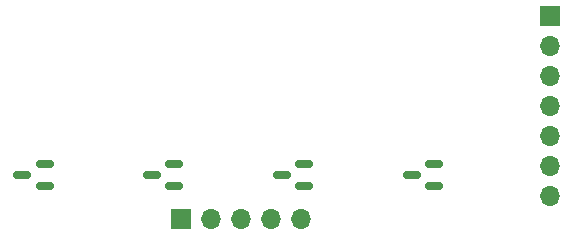
<source format=gbr>
%TF.GenerationSoftware,KiCad,Pcbnew,(6.0.0)*%
%TF.CreationDate,2022-03-30T13:23:40+02:00*%
%TF.ProjectId,led_display_digit,6c65645f-6469-4737-906c-61795f646967,rev?*%
%TF.SameCoordinates,Original*%
%TF.FileFunction,Soldermask,Bot*%
%TF.FilePolarity,Negative*%
%FSLAX46Y46*%
G04 Gerber Fmt 4.6, Leading zero omitted, Abs format (unit mm)*
G04 Created by KiCad (PCBNEW (6.0.0)) date 2022-03-30 13:23:40*
%MOMM*%
%LPD*%
G01*
G04 APERTURE LIST*
G04 Aperture macros list*
%AMRoundRect*
0 Rectangle with rounded corners*
0 $1 Rounding radius*
0 $2 $3 $4 $5 $6 $7 $8 $9 X,Y pos of 4 corners*
0 Add a 4 corners polygon primitive as box body*
4,1,4,$2,$3,$4,$5,$6,$7,$8,$9,$2,$3,0*
0 Add four circle primitives for the rounded corners*
1,1,$1+$1,$2,$3*
1,1,$1+$1,$4,$5*
1,1,$1+$1,$6,$7*
1,1,$1+$1,$8,$9*
0 Add four rect primitives between the rounded corners*
20,1,$1+$1,$2,$3,$4,$5,0*
20,1,$1+$1,$4,$5,$6,$7,0*
20,1,$1+$1,$6,$7,$8,$9,0*
20,1,$1+$1,$8,$9,$2,$3,0*%
G04 Aperture macros list end*
%ADD10R,1.700000X1.700000*%
%ADD11O,1.700000X1.700000*%
%ADD12RoundRect,0.150000X0.587500X0.150000X-0.587500X0.150000X-0.587500X-0.150000X0.587500X-0.150000X0*%
G04 APERTURE END LIST*
D10*
%TO.C,J1*%
X87000000Y-74750000D03*
D11*
X89540000Y-74750000D03*
X92080000Y-74750000D03*
X94620000Y-74750000D03*
X97160000Y-74750000D03*
%TD*%
D10*
%TO.C,J2*%
X118250000Y-57500000D03*
D11*
X118250000Y-60040000D03*
X118250000Y-62580000D03*
X118250000Y-65120000D03*
X118250000Y-67660000D03*
X118250000Y-70200000D03*
X118250000Y-72740000D03*
%TD*%
D12*
%TO.C,Q2*%
X86437500Y-70050000D03*
X86437500Y-71950000D03*
X84562500Y-71000000D03*
%TD*%
%TO.C,Q3*%
X97437500Y-70050000D03*
X97437500Y-71950000D03*
X95562500Y-71000000D03*
%TD*%
%TO.C,Q1*%
X75437500Y-70050000D03*
X75437500Y-71950000D03*
X73562500Y-71000000D03*
%TD*%
%TO.C,Q4*%
X108437500Y-70050000D03*
X108437500Y-71950000D03*
X106562500Y-71000000D03*
%TD*%
M02*

</source>
